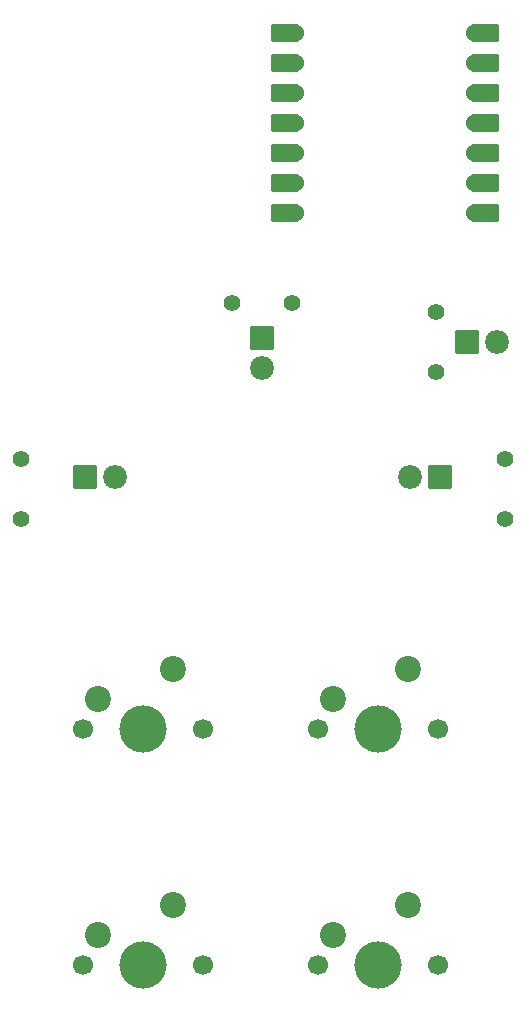
<source format=gbr>
%TF.GenerationSoftware,KiCad,Pcbnew,9.0.2*%
%TF.CreationDate,2025-06-30T11:25:16-04:00*%
%TF.ProjectId,magi_controller,6d616769-5f63-46f6-9e74-726f6c6c6572,rev?*%
%TF.SameCoordinates,Original*%
%TF.FileFunction,Soldermask,Top*%
%TF.FilePolarity,Negative*%
%FSLAX46Y46*%
G04 Gerber Fmt 4.6, Leading zero omitted, Abs format (unit mm)*
G04 Created by KiCad (PCBNEW 9.0.2) date 2025-06-30 11:25:16*
%MOMM*%
%LPD*%
G01*
G04 APERTURE LIST*
G04 Aperture macros list*
%AMRoundRect*
0 Rectangle with rounded corners*
0 $1 Rounding radius*
0 $2 $3 $4 $5 $6 $7 $8 $9 X,Y pos of 4 corners*
0 Add a 4 corners polygon primitive as box body*
4,1,4,$2,$3,$4,$5,$6,$7,$8,$9,$2,$3,0*
0 Add four circle primitives for the rounded corners*
1,1,$1+$1,$2,$3*
1,1,$1+$1,$4,$5*
1,1,$1+$1,$6,$7*
1,1,$1+$1,$8,$9*
0 Add four rect primitives between the rounded corners*
20,1,$1+$1,$2,$3,$4,$5,0*
20,1,$1+$1,$4,$5,$6,$7,0*
20,1,$1+$1,$6,$7,$8,$9,0*
20,1,$1+$1,$8,$9,$2,$3,0*%
G04 Aperture macros list end*
%ADD10C,1.400000*%
%ADD11C,1.700000*%
%ADD12C,4.000000*%
%ADD13C,2.200000*%
%ADD14C,2.019000*%
%ADD15RoundRect,0.102000X0.907500X0.907500X-0.907500X0.907500X-0.907500X-0.907500X0.907500X-0.907500X0*%
%ADD16RoundRect,0.102000X-0.907500X0.907500X-0.907500X-0.907500X0.907500X-0.907500X0.907500X0.907500X0*%
%ADD17RoundRect,0.152400X1.063600X0.609600X-1.063600X0.609600X-1.063600X-0.609600X1.063600X-0.609600X0*%
%ADD18C,1.524000*%
%ADD19RoundRect,0.152400X-1.063600X-0.609600X1.063600X-0.609600X1.063600X0.609600X-1.063600X0.609600X0*%
%ADD20RoundRect,0.102000X-0.907500X-0.907500X0.907500X-0.907500X0.907500X0.907500X-0.907500X0.907500X0*%
G04 APERTURE END LIST*
D10*
%TO.C,R1*%
X209000000Y-81540000D03*
X209000000Y-76460000D03*
%TD*%
D11*
%TO.C,SW3*%
X173290000Y-119330000D03*
D12*
X178370000Y-119330000D03*
D11*
X183450000Y-119330000D03*
D13*
X180910000Y-114250000D03*
X174560000Y-116790000D03*
%TD*%
D14*
%TO.C,D1*%
X200960000Y-78000000D03*
D15*
X203500000Y-78000000D03*
%TD*%
D11*
%TO.C,SW1*%
X173290000Y-99330000D03*
D12*
X178370000Y-99330000D03*
D11*
X183450000Y-99330000D03*
D13*
X180910000Y-94250000D03*
X174560000Y-96790000D03*
%TD*%
D11*
%TO.C,SW2*%
X193140000Y-99290000D03*
D12*
X198220000Y-99290000D03*
D11*
X203300000Y-99290000D03*
D13*
X200760000Y-94210000D03*
X194410000Y-96750000D03*
%TD*%
D10*
%TO.C,R4*%
X203160000Y-69090000D03*
X203160000Y-64010000D03*
%TD*%
D14*
%TO.C,D2*%
X188441291Y-68770000D03*
D16*
X188441291Y-66230000D03*
%TD*%
D10*
%TO.C,R2*%
X185901291Y-63270000D03*
X190981291Y-63270000D03*
%TD*%
%TO.C,R3*%
X168000000Y-81580000D03*
X168000000Y-76500000D03*
%TD*%
D17*
%TO.C,U1*%
X190365000Y-40400000D03*
D18*
X191200000Y-40400000D03*
D17*
X190365000Y-42940000D03*
D18*
X191200000Y-42940000D03*
D17*
X190365000Y-45480000D03*
D18*
X191200000Y-45480000D03*
D17*
X190365000Y-48020000D03*
D18*
X191200000Y-48020000D03*
D17*
X190365000Y-50560000D03*
D18*
X191200000Y-50560000D03*
D17*
X190365000Y-53100000D03*
D18*
X191200000Y-53100000D03*
D17*
X190365000Y-55640000D03*
D18*
X191200000Y-55640000D03*
X206440000Y-55640000D03*
D19*
X207275000Y-55640000D03*
D18*
X206440000Y-53100000D03*
D19*
X207275000Y-53100000D03*
D18*
X206440000Y-50560000D03*
D19*
X207275000Y-50560000D03*
D18*
X206440000Y-48020000D03*
D19*
X207275000Y-48020000D03*
D18*
X206440000Y-45480000D03*
D19*
X207275000Y-45480000D03*
D18*
X206440000Y-42940000D03*
D19*
X207275000Y-42940000D03*
D18*
X206440000Y-40400000D03*
D19*
X207275000Y-40400000D03*
%TD*%
D11*
%TO.C,SW4*%
X193140000Y-119290000D03*
D12*
X198220000Y-119290000D03*
D11*
X203300000Y-119290000D03*
D13*
X200760000Y-114210000D03*
X194410000Y-116750000D03*
%TD*%
D14*
%TO.C,D3*%
X176000000Y-78000000D03*
D20*
X173460000Y-78000000D03*
%TD*%
D14*
%TO.C,D4*%
X208360000Y-66602871D03*
D20*
X205820000Y-66602871D03*
%TD*%
M02*

</source>
